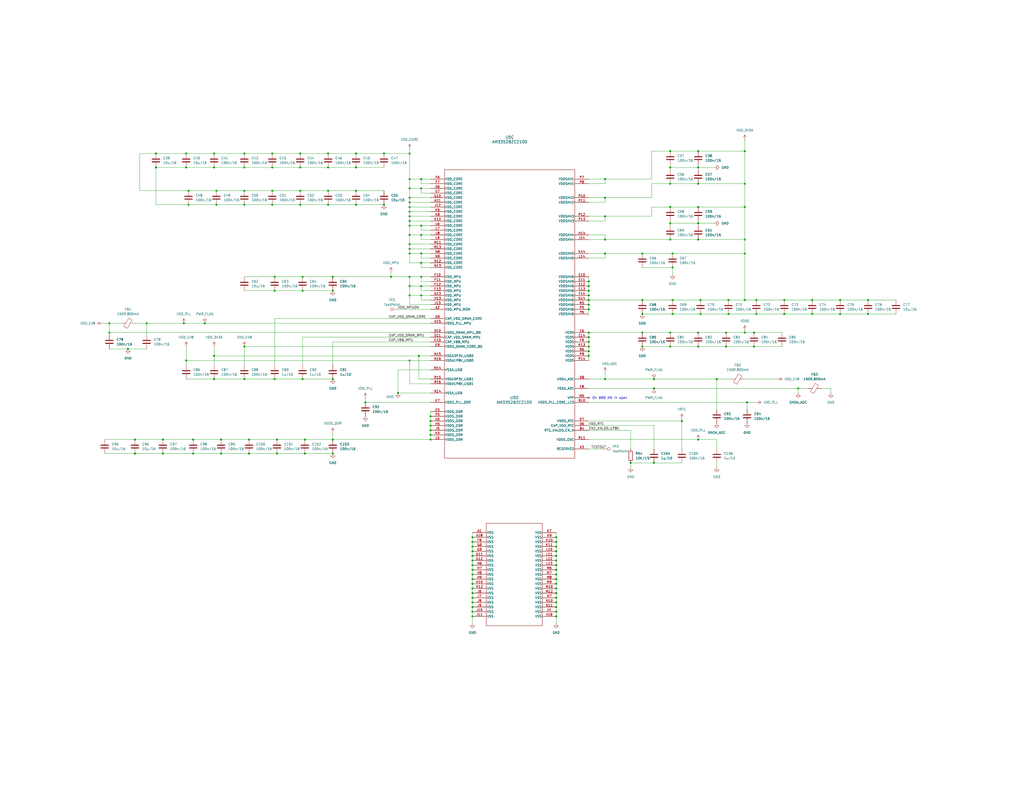
<source format=kicad_sch>
(kicad_sch (version 20231120) (generator "eeschema") (generator_version "8.0")
  (paper "C")
  (title_block (title "PROCESSOR 3 OF 3"))
  (junction (at 101.6 83.82))
  (junction (at 148.59 91.44))
  (junction (at 473.71 163.83))
  (junction (at 367.03 146.05))
  (junction (at 406.4 163.83))
  (junction (at 303.53 316.23))
  (junction (at 179.07 91.44))
  (junction (at 303.53 295.91))
  (junction (at 148.59 83.82))
  (junction (at 303.53 298.45))
  (junction (at 165.1 151.13))
  (junction (at 234.95 234.95))
  (junction (at 234.95 237.49))
  (junction (at 223.52 128.27))
  (junction (at 257.81 303.53))
  (junction (at 149.86 158.75))
  (junction (at 102.87 104.14))
  (junction (at 427.99 171.45))
  (junction (at 257.81 293.37))
  (junction (at 223.52 151.13))
  (junction (at 179.07 104.14))
  (junction (at 406.4 138.43))
  (junction (at 229.87 97.79))
  (junction (at 407.67 219.71))
  (junction (at 303.53 308.61))
  (junction (at 181.61 207.01))
  (junction (at 427.99 163.83))
  (junction (at 321.31 156.21))
  (junction (at 257.81 336.55))
  (junction (at 321.31 184.15))
  (junction (at 88.9 247.65))
  (junction (at 223.52 107.95))
  (junction (at 101.6 91.44))
  (junction (at 223.52 83.82))
  (junction (at 303.53 331.47))
  (junction (at 257.81 311.15))
  (junction (at 163.83 111.76))
  (junction (at 229.87 156.21))
  (junction (at 257.81 334.01))
  (junction (at 257.81 321.31))
  (junction (at 257.81 295.91))
  (junction (at 381 189.23))
  (junction (at 149.86 207.01))
  (junction (at 303.53 326.39))
  (junction (at 133.35 91.44))
  (junction (at 381 240.03))
  (junction (at 257.81 326.39))
  (junction (at 406.4 100.33))
  (junction (at 356.87 252.73))
  (junction (at 59.69 181.61))
  (junction (at 381 121.92))
  (junction (at 321.31 168.91))
  (junction (at 458.47 171.45))
  (junction (at 381 100.33))
  (junction (at 257.81 308.61))
  (junction (at 382.27 163.83))
  (junction (at 234.95 229.87))
  (junction (at 59.69 176.53))
  (junction (at 223.52 156.21))
  (junction (at 321.31 158.75))
  (junction (at 257.81 316.23))
  (junction (at 69.85 190.5))
  (junction (at 118.11 111.76))
  (junction (at 229.87 128.27))
  (junction (at 133.35 83.82))
  (junction (at 223.52 115.57))
  (junction (at 303.53 293.37))
  (junction (at 166.37 240.03))
  (junction (at 330.2 130.81))
  (junction (at 257.81 306.07))
  (junction (at 356.87 212.09))
  (junction (at 330.2 207.01))
  (junction (at 199.39 219.71))
  (junction (at 303.53 311.15))
  (junction (at 257.81 313.69))
  (junction (at 321.31 161.29))
  (junction (at 330.2 107.95))
  (junction (at 234.95 240.03))
  (junction (at 330.2 118.11))
  (junction (at 194.31 111.76))
  (junction (at 321.31 186.69))
  (junction (at 321.31 189.23))
  (junction (at 194.31 91.44))
  (junction (at 406.4 113.03))
  (junction (at 223.52 120.65))
  (junction (at 435.61 212.09))
  (junction (at 181.61 247.65))
  (junction (at 148.59 111.76))
  (junction (at 330.2 97.79))
  (junction (at 365.76 130.81))
  (junction (at 321.31 166.37))
  (junction (at 223.52 110.49))
  (junction (at 148.59 104.14))
  (junction (at 367.03 138.43))
  (junction (at 321.31 181.61))
  (junction (at 111.76 176.53))
  (junction (at 223.52 123.19))
  (junction (at 381 113.03))
  (junction (at 367.03 171.45))
  (junction (at 473.71 171.45))
  (junction (at 120.65 247.65))
  (junction (at 217.17 214.63))
  (junction (at 229.87 151.13))
  (junction (at 396.24 189.23))
  (junction (at 365.76 121.92))
  (junction (at 105.41 240.03))
  (junction (at 101.6 196.85))
  (junction (at 406.4 130.81))
  (junction (at 120.65 240.03))
  (junction (at 133.35 207.01))
  (junction (at 234.95 227.33))
  (junction (at 406.4 181.61))
  (junction (at 229.87 123.19))
  (junction (at 303.53 300.99))
  (junction (at 85.09 91.44))
  (junction (at 381 181.61))
  (junction (at 257.81 298.45))
  (junction (at 350.52 189.23))
  (junction (at 365.76 82.55))
  (junction (at 116.84 83.82))
  (junction (at 105.41 247.65))
  (junction (at 223.52 97.79))
  (junction (at 257.81 318.77))
  (junction (at 223.52 118.11))
  (junction (at 396.24 181.61))
  (junction (at 303.53 334.01))
  (junction (at 303.53 306.07))
  (junction (at 365.76 91.44))
  (junction (at 411.48 189.23))
  (junction (at 365.76 181.61))
  (junction (at 223.52 135.89))
  (junction (at 229.87 102.87))
  (junction (at 223.52 138.43))
  (junction (at 166.37 247.65))
  (junction (at 365.76 100.33))
  (junction (at 350.52 181.61))
  (junction (at 223.52 102.87))
  (junction (at 303.53 323.85))
  (junction (at 406.4 82.55))
  (junction (at 223.52 133.35))
  (junction (at 209.55 111.76))
  (junction (at 257.81 331.47))
  (junction (at 350.52 171.45))
  (junction (at 133.35 189.23))
  (junction (at 116.84 91.44))
  (junction (at 303.53 313.69))
  (junction (at 165.1 158.75))
  (junction (at 100.33 176.53))
  (junction (at 303.53 321.31))
  (junction (at 228.6 194.31))
  (junction (at 372.11 229.87))
  (junction (at 118.11 104.14))
  (junction (at 116.84 194.31))
  (junction (at 229.87 143.51))
  (junction (at 163.83 91.44))
  (junction (at 458.47 163.83))
  (junction (at 365.76 189.23))
  (junction (at 303.53 303.53))
  (junction (at 133.35 104.14))
  (junction (at 303.53 336.55))
  (junction (at 165.1 207.01))
  (junction (at 73.66 240.03))
  (junction (at 223.52 113.03))
  (junction (at 397.51 171.45))
  (junction (at 102.87 111.76))
  (junction (at 163.83 104.14))
  (junction (at 194.31 104.14))
  (junction (at 397.51 163.83))
  (junction (at 223.52 161.29))
  (junction (at 194.31 83.82))
  (junction (at 381 82.55))
  (junction (at 133.35 111.76))
  (junction (at 229.87 161.29))
  (junction (at 412.75 171.45))
  (junction (at 209.55 83.82))
  (junction (at 350.52 138.43))
  (junction (at 163.83 83.82))
  (junction (at 321.31 191.77))
  (junction (at 321.31 153.67))
  (junction (at 257.81 300.99))
  (junction (at 367.03 163.83))
  (junction (at 88.9 240.03))
  (junction (at 381 91.44))
  (junction (at 257.81 328.93))
  (junction (at 149.86 151.13))
  (junction (at 412.75 163.83))
  (junction (at 381 130.81))
  (junction (at 321.31 194.31))
  (junction (at 181.61 151.13))
  (junction (at 344.17 252.73))
  (junction (at 234.95 232.41))
  (junction (at 80.01 176.53))
  (junction (at 73.66 247.65))
  (junction (at 181.61 158.75))
  (junction (at 350.52 163.83))
  (junction (at 411.48 181.61))
  (junction (at 365.76 113.03))
  (junction (at 303.53 318.77))
  (junction (at 443.23 171.45))
  (junction (at 330.2 138.43))
  (junction (at 356.87 207.01))
  (junction (at 135.89 247.65))
  (junction (at 179.07 83.82))
  (junction (at 151.13 247.65))
  (junction (at 223.52 196.85))
  (junction (at 321.31 163.83))
  (junction (at 213.36 151.13))
  (junction (at 116.84 207.01))
  (junction (at 179.07 111.76))
  (junction (at 303.53 328.93))
  (junction (at 391.16 207.01))
  (junction (at 151.13 240.03))
  (junction (at 382.27 171.45))
  (junction (at 85.09 83.82))
  (junction (at 443.23 163.83))
  (junction (at 135.89 240.03))
  (junction (at 229.87 138.43))
  (junction (at 257.81 323.85))
  (junction (at 181.61 240.03))
  (no_connect (at 321.31 217.17))
  (wire (pts (xy 355.6 118.11) (xy 355.6 113.03)))
  (wire (pts (xy 234.95 153.67) (xy 229.87 153.67)))
  (wire (pts (xy 73.66 247.65) (xy 88.9 247.65)))
  (wire (pts (xy 234.95 209.55) (xy 223.52 209.55)))
  (wire (pts (xy 303.53 306.07) (xy 303.53 308.61)))
  (wire (pts (xy 330.2 118.11) (xy 330.2 120.65)))
  (wire (pts (xy 407.67 219.71) (xy 407.67 223.52)))
  (wire (pts (xy 229.87 128.27) (xy 229.87 130.81)))
  (wire (pts (xy 213.36 148.59) (xy 213.36 151.13)))
  (wire (pts (xy 85.09 91.44) (xy 85.09 111.76)))
  (wire (pts (xy 101.6 91.44) (xy 116.84 91.44)))
  (wire (pts (xy 76.2 104.14) (xy 102.87 104.14)))
  (wire (pts (xy 59.69 181.61) (xy 59.69 182.88)))
  (wire (pts (xy 321.31 232.41) (xy 356.87 232.41)))
  (wire (pts (xy 223.52 110.49) (xy 234.95 110.49)))
  (wire (pts (xy 330.2 107.95) (xy 355.6 107.95)))
  (wire (pts (xy 223.52 128.27) (xy 223.52 133.35)))
  (wire (pts (xy 102.87 104.14) (xy 118.11 104.14)))
  (wire (pts (xy 181.61 186.69) (xy 181.61 199.39)))
  (wire (pts (xy 473.71 163.83) (xy 488.95 163.83)))
  (wire (pts (xy 381 82.55) (xy 406.4 82.55)))
  (wire (pts (xy 85.09 91.44) (xy 101.6 91.44)))
  (wire (pts (xy 367.03 146.05) (xy 367.03 149.86)))
  (wire (pts (xy 149.86 158.75) (xy 165.1 158.75)))
  (wire (pts (xy 321.31 189.23) (xy 321.31 191.77)))
  (wire (pts (xy 406.4 180.34) (xy 406.4 181.61)))
  (wire (pts (xy 100.33 176.53) (xy 111.76 176.53)))
  (wire (pts (xy 229.87 125.73) (xy 234.95 125.73)))
  (wire (pts (xy 321.31 181.61) (xy 350.52 181.61)))
  (wire (pts (xy 355.6 100.33) (xy 365.76 100.33)))
  (wire (pts (xy 229.87 146.05) (xy 229.87 143.51)))
  (wire (pts (xy 365.76 121.92) (xy 365.76 123.19)))
  (wire (pts (xy 321.31 181.61) (xy 321.31 184.15)))
  (wire (pts (xy 223.52 156.21) (xy 223.52 161.29)))
  (wire (pts (xy 344.17 234.95) (xy 321.31 234.95)))
  (wire (pts (xy 397.51 163.83) (xy 406.4 163.83)))
  (wire (pts (xy 223.52 151.13) (xy 223.52 156.21)))
  (wire (pts (xy 223.52 143.51) (xy 229.87 143.51)))
  (wire (pts (xy 163.83 104.14) (xy 179.07 104.14)))
  (wire (pts (xy 381 121.92) (xy 381 123.19)))
  (wire (pts (xy 234.95 232.41) (xy 234.95 234.95)))
  (wire (pts (xy 69.85 190.5) (xy 80.01 190.5)))
  (wire (pts (xy 406.4 163.83) (xy 412.75 163.83)))
  (wire (pts (xy 223.52 110.49) (xy 223.52 113.03)))
  (wire (pts (xy 303.53 331.47) (xy 303.53 334.01)))
  (wire (pts (xy 303.53 293.37) (xy 303.53 295.91)))
  (wire (pts (xy 356.87 212.09) (xy 435.61 212.09)))
  (wire (pts (xy 406.4 138.43) (xy 406.4 130.81)))
  (wire (pts (xy 166.37 240.03) (xy 181.61 240.03)))
  (wire (pts (xy 229.87 100.33) (xy 229.87 97.79)))
  (wire (pts (xy 234.95 100.33) (xy 229.87 100.33)))
  (wire (pts (xy 165.1 184.15) (xy 165.1 199.39)))
  (wire (pts (xy 234.95 196.85) (xy 223.52 196.85)))
  (wire (pts (xy 133.35 83.82) (xy 148.59 83.82)))
  (wire (pts (xy 303.53 336.55) (xy 303.53 340.36)))
  (wire (pts (xy 435.61 214.63) (xy 435.61 212.09)))
  (wire (pts (xy 411.48 189.23) (xy 426.72 189.23)))
  (wire (pts (xy 135.89 240.03) (xy 151.13 240.03)))
  (wire (pts (xy 223.52 161.29) (xy 229.87 161.29)))
  (wire (pts (xy 133.35 151.13) (xy 149.86 151.13)))
  (wire (pts (xy 234.95 146.05) (xy 229.87 146.05)))
  (wire (pts (xy 234.95 234.95) (xy 234.95 237.49)))
  (wire (pts (xy 406.4 181.61) (xy 411.48 181.61)))
  (wire (pts (xy 321.31 166.37) (xy 321.31 168.91)))
  (wire (pts (xy 229.87 102.87) (xy 234.95 102.87)))
  (wire (pts (xy 194.31 83.82) (xy 209.55 83.82)))
  (wire (pts (xy 223.52 166.37) (xy 234.95 166.37)))
  (wire (pts (xy 330.2 130.81) (xy 365.76 130.81)))
  (wire (pts (xy 229.87 151.13) (xy 229.87 153.67)))
  (wire (pts (xy 234.95 201.93) (xy 217.17 201.93)))
  (wire (pts (xy 234.95 158.75) (xy 229.87 158.75)))
  (wire (pts (xy 257.81 293.37) (xy 257.81 295.91)))
  (wire (pts (xy 257.81 326.39) (xy 257.81 328.93)))
  (wire (pts (xy 381 130.81) (xy 406.4 130.81)))
  (wire (pts (xy 321.31 194.31) (xy 321.31 196.85)))
  (wire (pts (xy 321.31 163.83) (xy 321.31 166.37)))
  (wire (pts (xy 66.04 176.53) (xy 59.69 176.53)))
  (wire (pts (xy 321.31 163.83) (xy 350.52 163.83)))
  (wire (pts (xy 179.07 91.44) (xy 194.31 91.44)))
  (wire (pts (xy 181.61 240.03) (xy 234.95 240.03)))
  (wire (pts (xy 356.87 207.01) (xy 391.16 207.01)))
  (wire (pts (xy 133.35 111.76) (xy 148.59 111.76)))
  (wire (pts (xy 148.59 104.14) (xy 163.83 104.14)))
  (wire (pts (xy 148.59 91.44) (xy 163.83 91.44)))
  (wire (pts (xy 355.6 82.55) (xy 365.76 82.55)))
  (wire (pts (xy 321.31 130.81) (xy 330.2 130.81)))
  (wire (pts (xy 321.31 245.11) (xy 328.93 245.11)))
  (wire (pts (xy 303.53 295.91) (xy 303.53 298.45)))
  (wire (pts (xy 223.52 156.21) (xy 229.87 156.21)))
  (wire (pts (xy 435.61 212.09) (xy 440.69 212.09)))
  (wire (pts (xy 257.81 295.91) (xy 257.81 298.45)))
  (wire (pts (xy 223.52 102.87) (xy 229.87 102.87)))
  (wire (pts (xy 355.6 113.03) (xy 365.76 113.03)))
  (wire (pts (xy 443.23 171.45) (xy 458.47 171.45)))
  (wire (pts (xy 223.52 133.35) (xy 234.95 133.35)))
  (wire (pts (xy 228.6 207.01) (xy 228.6 194.31)))
  (wire (pts (xy 118.11 104.14) (xy 133.35 104.14)))
  (wire (pts (xy 223.52 135.89) (xy 234.95 135.89)))
  (wire (pts (xy 223.52 81.28) (xy 223.52 83.82)))
  (wire (pts (xy 367.03 138.43) (xy 406.4 138.43)))
  (wire (pts (xy 321.31 161.29) (xy 321.31 163.83)))
  (wire (pts (xy 234.95 186.69) (xy 181.61 186.69)))
  (wire (pts (xy 199.39 217.17) (xy 199.39 219.71)))
  (wire (pts (xy 179.07 83.82) (xy 194.31 83.82)))
  (wire (pts (xy 330.2 203.2) (xy 330.2 207.01)))
  (wire (pts (xy 365.76 181.61) (xy 381 181.61)))
  (wire (pts (xy 85.09 83.82) (xy 101.6 83.82)))
  (wire (pts (xy 321.31 138.43) (xy 330.2 138.43)))
  (wire (pts (xy 365.76 113.03) (xy 381 113.03)))
  (wire (pts (xy 257.81 313.69) (xy 257.81 316.23)))
  (wire (pts (xy 234.95 140.97) (xy 229.87 140.97)))
  (wire (pts (xy 257.81 328.93) (xy 257.81 331.47)))
  (wire (pts (xy 365.76 121.92) (xy 381 121.92)))
  (wire (pts (xy 391.16 207.01) (xy 398.78 207.01)))
  (wire (pts (xy 257.81 316.23) (xy 257.81 318.77)))
  (wire (pts (xy 365.76 91.44) (xy 381 91.44)))
  (wire (pts (xy 321.31 156.21) (xy 321.31 158.75)))
  (wire (pts (xy 229.87 158.75) (xy 229.87 156.21)))
  (wire (pts (xy 234.95 229.87) (xy 234.95 232.41)))
  (wire (pts (xy 396.24 189.23) (xy 411.48 189.23)))
  (wire (pts (xy 350.52 163.83) (xy 367.03 163.83)))
  (wire (pts (xy 257.81 334.01) (xy 257.81 336.55)))
  (wire (pts (xy 355.6 97.79) (xy 355.6 82.55)))
  (wire (pts (xy 344.17 245.11) (xy 344.17 234.95)))
  (wire (pts (xy 223.52 196.85) (xy 101.6 196.85)))
  (wire (pts (xy 76.2 83.82) (xy 76.2 104.14)))
  (wire (pts (xy 406.4 207.01) (xy 424.18 207.01)))
  (wire (pts (xy 223.52 115.57) (xy 223.52 118.11)))
  (wire (pts (xy 223.52 135.89) (xy 223.52 138.43)))
  (wire (pts (xy 381 90.17) (xy 381 91.44)))
  (wire (pts (xy 350.52 181.61) (xy 365.76 181.61)))
  (wire (pts (xy 367.03 171.45) (xy 382.27 171.45)))
  (wire (pts (xy 407.67 219.71) (xy 412.75 219.71)))
  (wire (pts (xy 85.09 111.76) (xy 102.87 111.76)))
  (wire (pts (xy 166.37 247.65) (xy 181.61 247.65)))
  (wire (pts (xy 149.86 207.01) (xy 165.1 207.01)))
  (wire (pts (xy 133.35 91.44) (xy 148.59 91.44)))
  (wire (pts (xy 303.53 308.61) (xy 303.53 311.15)))
  (wire (pts (xy 229.87 156.21) (xy 234.95 156.21)))
  (wire (pts (xy 217.17 214.63) (xy 234.95 214.63)))
  (wire (pts (xy 133.35 207.01) (xy 149.86 207.01)))
  (wire (pts (xy 101.6 196.85) (xy 101.6 199.39)))
  (wire (pts (xy 257.81 300.99) (xy 257.81 303.53)))
  (wire (pts (xy 365.76 91.44) (xy 365.76 92.71)))
  (wire (pts (xy 303.53 321.31) (xy 303.53 323.85)))
  (wire (pts (xy 381 113.03) (xy 406.4 113.03)))
  (wire (pts (xy 257.81 311.15) (xy 257.81 313.69)))
  (wire (pts (xy 223.52 128.27) (xy 229.87 128.27)))
  (wire (pts (xy 381 120.65) (xy 381 121.92)))
  (wire (pts (xy 223.52 115.57) (xy 234.95 115.57)))
  (wire (pts (xy 303.53 313.69) (xy 303.53 316.23)))
  (wire (pts (xy 356.87 252.73) (xy 372.11 252.73)))
  (wire (pts (xy 234.95 163.83) (xy 229.87 163.83)))
  (wire (pts (xy 321.31 219.71) (xy 407.67 219.71)))
  (wire (pts (xy 330.2 97.79) (xy 330.2 100.33)))
  (wire (pts (xy 116.84 83.82) (xy 133.35 83.82)))
  (wire (pts (xy 372.11 245.11) (xy 372.11 229.87)))
  (wire (pts (xy 118.11 111.76) (xy 133.35 111.76)))
  (wire (pts (xy 135.89 247.65) (xy 151.13 247.65)))
  (wire (pts (xy 321.31 118.11) (xy 330.2 118.11)))
  (wire (pts (xy 350.52 171.45) (xy 367.03 171.45)))
  (wire (pts (xy 194.31 104.14) (xy 209.55 104.14)))
  (wire (pts (xy 179.07 104.14) (xy 194.31 104.14)))
  (wire (pts (xy 397.51 171.45) (xy 412.75 171.45)))
  (wire (pts (xy 321.31 110.49) (xy 330.2 110.49)))
  (wire (pts (xy 458.47 171.45) (xy 473.71 171.45)))
  (wire (pts (xy 133.35 189.23) (xy 133.35 199.39)))
  (wire (pts (xy 181.61 151.13) (xy 213.36 151.13)))
  (wire (pts (xy 223.52 138.43) (xy 223.52 143.51)))
  (wire (pts (xy 330.2 207.01) (xy 356.87 207.01)))
  (wire (pts (xy 344.17 255.27) (xy 344.17 252.73)))
  (wire (pts (xy 234.95 194.31) (xy 228.6 194.31)))
  (wire (pts (xy 194.31 91.44) (xy 209.55 91.44)))
  (wire (pts (xy 391.16 207.01) (xy 391.16 223.52)))
  (wire (pts (xy 148.59 83.82) (xy 163.83 83.82)))
  (wire (pts (xy 303.53 326.39) (xy 303.53 328.93)))
  (wire (pts (xy 80.01 176.53) (xy 80.01 182.88)))
  (wire (pts (xy 382.27 163.83) (xy 397.51 163.83)))
  (wire (pts (xy 228.6 194.31) (xy 116.84 194.31)))
  (wire (pts (xy 381 91.44) (xy 389.89 91.44)))
  (wire (pts (xy 120.65 240.03) (xy 135.89 240.03)))
  (wire (pts (xy 321.31 184.15) (xy 321.31 186.69)))
  (wire (pts (xy 223.52 120.65) (xy 223.52 123.19)))
  (wire (pts (xy 88.9 240.03) (xy 105.41 240.03)))
  (wire (pts (xy 234.95 130.81) (xy 229.87 130.81)))
  (wire (pts (xy 303.53 328.93) (xy 303.53 331.47)))
  (wire (pts (xy 411.48 181.61) (xy 426.72 181.61)))
  (wire (pts (xy 330.2 97.79) (xy 355.6 97.79)))
  (wire (pts (xy 133.35 158.75) (xy 149.86 158.75)))
  (wire (pts (xy 149.86 173.99) (xy 149.86 199.39)))
  (wire (pts (xy 303.53 298.45) (xy 303.53 300.99)))
  (wire (pts (xy 223.52 107.95) (xy 234.95 107.95)))
  (wire (pts (xy 330.2 138.43) (xy 350.52 138.43)))
  (wire (pts (xy 229.87 163.83) (xy 229.87 161.29)))
  (wire (pts (xy 116.84 207.01) (xy 133.35 207.01)))
  (wire (pts (xy 381 181.61) (xy 396.24 181.61)))
  (wire (pts (xy 257.81 303.53) (xy 257.81 306.07)))
  (wire (pts (xy 234.95 207.01) (xy 228.6 207.01)))
  (wire (pts (xy 223.52 118.11) (xy 234.95 118.11)))
  (wire (pts (xy 330.2 140.97) (xy 330.2 138.43)))
  (wire (pts (xy 257.81 323.85) (xy 257.81 326.39)))
  (wire (pts (xy 365.76 82.55) (xy 381 82.55)))
  (wire (pts (xy 234.95 224.79) (xy 234.95 227.33)))
  (wire (pts (xy 229.87 123.19) (xy 234.95 123.19)))
  (wire (pts (xy 55.88 176.53) (xy 59.69 176.53)))
  (wire (pts (xy 181.61 236.22) (xy 181.61 240.03)))
  (wire (pts (xy 223.52 209.55) (xy 223.52 196.85)))
  (wire (pts (xy 223.52 113.03) (xy 234.95 113.03)))
  (wire (pts (xy 321.31 140.97) (xy 330.2 140.97)))
  (wire (pts (xy 209.55 83.82) (xy 223.52 83.82)))
  (wire (pts (xy 303.53 318.77) (xy 303.53 321.31)))
  (wire (pts (xy 105.41 247.65) (xy 120.65 247.65)))
  (wire (pts (xy 133.35 104.14) (xy 148.59 104.14)))
  (wire (pts (xy 102.87 111.76) (xy 118.11 111.76)))
  (wire (pts (xy 303.53 290.83) (xy 303.53 293.37)))
  (wire (pts (xy 391.16 252.73) (xy 391.16 255.27)))
  (wire (pts (xy 372.11 228.6) (xy 372.11 229.87)))
  (wire (pts (xy 427.99 163.83) (xy 443.23 163.83)))
  (wire (pts (xy 473.71 171.45) (xy 488.95 171.45)))
  (wire (pts (xy 321.31 153.67) (xy 321.31 156.21)))
  (wire (pts (xy 257.81 331.47) (xy 257.81 334.01)))
  (wire (pts (xy 85.09 83.82) (xy 76.2 83.82)))
  (wire (pts (xy 57.15 240.03) (xy 73.66 240.03)))
  (wire (pts (xy 303.53 334.01) (xy 303.53 336.55)))
  (wire (pts (xy 257.81 318.77) (xy 257.81 321.31)))
  (wire (pts (xy 321.31 120.65) (xy 330.2 120.65)))
  (wire (pts (xy 229.87 97.79) (xy 223.52 97.79)))
  (wire (pts (xy 321.31 128.27) (xy 330.2 128.27)))
  (wire (pts (xy 321.31 212.09) (xy 356.87 212.09)))
  (wire (pts (xy 257.81 298.45) (xy 257.81 300.99)))
  (wire (pts (xy 321.31 240.03) (xy 381 240.03)))
  (wire (pts (xy 223.52 107.95) (xy 223.52 110.49)))
  (wire (pts (xy 458.47 163.83) (xy 473.71 163.83)))
  (wire (pts (xy 111.76 176.53) (xy 234.95 176.53)))
  (wire (pts (xy 234.95 237.49) (xy 234.95 240.03)))
  (wire (pts (xy 382.27 171.45) (xy 397.51 171.45)))
  (wire (pts (xy 350.52 146.05) (xy 367.03 146.05)))
  (wire (pts (xy 59.69 181.61) (xy 234.95 181.61)))
  (wire (pts (xy 163.83 91.44) (xy 179.07 91.44)))
  (wire (pts (xy 406.4 130.81) (xy 406.4 113.03)))
  (wire (pts (xy 148.59 111.76) (xy 163.83 111.76)))
  (wire (pts (xy 229.87 105.41) (xy 229.87 102.87)))
  (wire (pts (xy 406.4 76.2) (xy 406.4 82.55)))
  (wire (pts (xy 448.31 212.09) (xy 453.39 212.09)))
  (wire (pts (xy 396.24 181.61) (xy 406.4 181.61)))
  (wire (pts (xy 101.6 83.82) (xy 116.84 83.82)))
  (wire (pts (xy 321.31 97.79) (xy 330.2 97.79)))
  (wire (pts (xy 321.31 168.91) (xy 321.31 171.45)))
  (wire (pts (xy 151.13 247.65) (xy 166.37 247.65)))
  (wire (pts (xy 229.87 123.19) (xy 229.87 125.73)))
  (wire (pts (xy 365.76 189.23) (xy 381 189.23)))
  (wire (pts (xy 234.95 184.15) (xy 165.1 184.15)))
  (wire (pts (xy 365.76 100.33) (xy 381 100.33)))
  (wire (pts (xy 453.39 212.09) (xy 453.39 214.63)))
  (wire (pts (xy 116.84 194.31) (xy 116.84 199.39)))
  (wire (pts (xy 257.81 308.61) (xy 257.81 311.15)))
  (wire (pts (xy 229.87 138.43) (xy 234.95 138.43)))
  (wire (pts (xy 223.52 123.19) (xy 223.52 128.27)))
  (wire (pts (xy 303.53 300.99) (xy 303.53 303.53)))
  (wire (pts (xy 165.1 151.13) (xy 181.61 151.13)))
  (wire (pts (xy 165.1 207.01) (xy 181.61 207.01)))
  (wire (pts (xy 163.83 83.82) (xy 179.07 83.82)))
  (wire (pts (xy 120.65 247.65) (xy 135.89 247.65)))
  (wire (pts (xy 165.1 158.75) (xy 181.61 158.75)))
  (wire (pts (xy 59.69 190.5) (xy 69.85 190.5)))
  (wire (pts (xy 229.87 151.13) (xy 223.52 151.13)))
  (wire (pts (xy 217.17 168.91) (xy 234.95 168.91)))
  (wire (pts (xy 321.31 191.77) (xy 321.31 194.31)))
  (wire (pts (xy 356.87 232.41) (xy 356.87 245.11)))
  (wire (pts (xy 229.87 128.27) (xy 234.95 128.27)))
  (wire (pts (xy 223.52 123.19) (xy 229.87 123.19)))
  (wire (pts (xy 443.23 163.83) (xy 458.47 163.83)))
  (wire (pts (xy 234.95 105.41) (xy 229.87 105.41)))
  (wire (pts (xy 321.31 151.13) (xy 321.31 153.67)))
  (wire (pts (xy 321.31 100.33) (xy 330.2 100.33)))
  (wire (pts (xy 234.95 151.13) (xy 229.87 151.13)))
  (wire (pts (xy 105.41 240.03) (xy 120.65 240.03)))
  (wire (pts (xy 57.15 247.65) (xy 73.66 247.65)))
  (wire (pts (xy 223.52 133.35) (xy 223.52 135.89)))
  (wire (pts (xy 116.84 91.44) (xy 133.35 91.44)))
  (wire (pts (xy 330.2 118.11) (xy 355.6 118.11)))
  (wire (pts (xy 321.31 186.69) (xy 321.31 189.23)))
  (wire (pts (xy 381 240.03) (xy 391.16 240.03)))
  (wire (pts (xy 321.31 107.95) (xy 330.2 107.95)))
  (wire (pts (xy 381 100.33) (xy 406.4 100.33)))
  (wire (pts (xy 223.52 118.11) (xy 223.52 120.65)))
  (wire (pts (xy 149.86 151.13) (xy 165.1 151.13)))
  (wire (pts (xy 179.07 111.76) (xy 194.31 111.76)))
  (wire (pts (xy 223.52 83.82) (xy 223.52 97.79)))
  (wire (pts (xy 427.99 171.45) (xy 443.23 171.45)))
  (wire (pts (xy 412.75 171.45) (xy 427.99 171.45)))
  (wire (pts (xy 303.53 311.15) (xy 303.53 313.69)))
  (wire (pts (xy 234.95 189.23) (xy 133.35 189.23)))
  (wire (pts (xy 330.2 128.27) (xy 330.2 130.81)))
  (wire (pts (xy 229.87 138.43) (xy 229.87 140.97)))
  (wire (pts (xy 406.4 138.43) (xy 406.4 163.83)))
  (wire (pts (xy 229.87 161.29) (xy 234.95 161.29)))
  (wire (pts (xy 223.52 97.79) (xy 223.52 102.87)))
  (wire (pts (xy 355.6 107.95) (xy 355.6 100.33)))
  (wire (pts (xy 365.76 120.65) (xy 365.76 121.92)))
  (wire (pts (xy 116.84 189.23) (xy 116.84 194.31)))
  (wire (pts (xy 213.36 151.13) (xy 223.52 151.13)))
  (wire (pts (xy 101.6 189.23) (xy 101.6 196.85)))
  (wire (pts (xy 257.81 321.31) (xy 257.81 323.85)))
  (wire (pts (xy 365.76 90.17) (xy 365.76 91.44)))
  (wire (pts (xy 234.95 173.99) (xy 149.86 173.99)))
  (wire (pts (xy 406.4 82.55) (xy 406.4 100.33)))
  (wire (pts (xy 223.52 113.03) (xy 223.52 115.57)))
  (wire (pts (xy 257.81 336.55) (xy 257.81 340.36)))
  (wire (pts (xy 151.13 240.03) (xy 166.37 240.03)))
  (wire (pts (xy 321.31 207.01) (xy 330.2 207.01)))
  (wire (pts (xy 412.75 163.83) (xy 427.99 163.83)))
  (wire (pts (xy 88.9 247.65) (xy 105.41 247.65)))
  (wire (pts (xy 303.53 316.23) (xy 303.53 318.77)))
  (wire (pts (xy 303.53 323.85) (xy 303.53 326.39)))
  (wire (pts (xy 223.52 161.29) (xy 223.52 166.37)))
  (wire (pts (xy 391.16 240.03) (xy 391.16 245.11)))
  (wire (pts (xy 73.66 176.53) (xy 80.01 176.53)))
  (wire (pts (xy 330.2 110.49) (xy 330.2 107.95)))
  (wire (pts (xy 163.83 111.76) (xy 179.07 111.76)))
  (wire (pts (xy 303.53 303.53) (xy 303.53 306.07)))
  (wire (pts (xy 372.11 229.87) (xy 321.31 229.87)))
  (wire (pts (xy 223.52 138.43) (xy 229.87 138.43)))
  (wire (pts (xy 344.17 252.73) (xy 356.87 252.73)))
  (wire (pts (xy 199.39 219.71) (xy 234.95 219.71)))
  (wire (pts (xy 406.4 100.33) (xy 406.4 113.03)))
  (wire (pts (xy 321.31 158.75) (xy 321.31 161.29)))
  (wire (pts (xy 194.31 111.76) (xy 209.55 111.76)))
  (wire (pts (xy 381 91.44) (xy 381 92.71)))
  (wire (pts (xy 223.52 120.65) (xy 234.95 120.65)))
  (wire (pts (xy 381 189.23) (xy 396.24 189.23)))
  (wire (pts (xy 80.01 176.53) (xy 100.33 176.53)))
  (wire (pts (xy 217.17 201.93) (xy 217.17 214.63)))
  (wire (pts (xy 365.76 130.81) (xy 381 130.81)))
  (wire (pts (xy 234.95 227.33) (xy 234.95 229.87)))
  (wire (pts (xy 350.52 138.43) (xy 367.03 138.43)))
  (wire (pts (xy 101.6 207.01) (xy 116.84 207.01)))
  (wire (pts (xy 350.52 189.23) (xy 365.76 189.23)))
  (wire (pts (xy 234.95 97.79) (xy 229.87 97.79)))
  (wire (pts (xy 257.81 306.07) (xy 257.81 308.61)))
  (wire (pts (xy 257.81 290.83) (xy 257.81 293.37)))
  (wire (pts (xy 381 121.92) (xy 389.89 121.92)))
  (wire (pts (xy 59.69 176.53) (xy 59.69 181.61)))
  (wire (pts (xy 367.03 163.83) (xy 382.27 163.83)))
  (wire (pts (xy 73.66 240.03) (xy 88.9 240.03)))
  (wire (pts (xy 229.87 143.51) (xy 234.95 143.51)))
  (wire (pts (xy 223.52 102.87) (xy 223.52 107.95)))
  (text "On BBB M5 in open" (at 332.74 217.424 0) (effects (font (size 1.27 1.27) (italic yes))))
  (label "CAP_VBB_MPU" (at 212.09 186.69 0))
  (label "VDD_MPUON" (at 217.17 168.91 0))
  (label "CAP_VDD_SRAM_MPU" (at 212.09 184.15 0))
  (label "TESTOUT" (at 322.58 245.11 0))
  (label "CAP_VDD_SRAM_CORE" (at 212.09 173.99 0))
  (label "VDD_RTC" (at 321.31 232.41 0))
  (label "ENZ_KALDO_1P8V" (at 321.31 234.95 0))
  (symbol (lib_id "power:VD") (at 133.35 189.23 0) (unit 1)
    (property "Reference" "#PWR090" (effects (hide yes)))
    (property "Value" "VDD_1V8" (at 133.35 184.15 0))
    (property "Description" "Power symbol creates a global label with name \"VD\"" (effects (hide yes)))
  )
  (symbol (lib_id "MT41K256M16TW-107_P:C") (at 411.48 185.42 0) (unit 1)
    (property "Reference" "C84" (at 415.29 184.1499 0) (effects (justify left)))
    (property "Value" "100n/16" (at 415.29 186.6899 0) (effects (justify left)))
    (property "Footprint" "footprints:C_0402_1005Metric" (effects (hide yes)))
    (property "Description" "Unpolarized capacitor" (effects (hide yes)))
  )
  (symbol (lib_id "MT41K256M16TW-107_P:C") (at 367.03 167.64 0) (unit 1)
    (property "Reference" "C69" (at 370.84 166.3699 0) (effects (justify left)))
    (property "Value" "100n/16" (at 370.84 168.9099 0) (effects (justify left)))
    (property "Footprint" "footprints:C_0402_1005Metric" (effects (hide yes)))
    (property "Description" "Unpolarized capacitor" (effects (hide yes)))
  )
  (symbol (lib_id "power:GND") (at 69.85 190.5 0) (unit 1)
    (property "Reference" "#PWR087" (effects (hide yes)))
    (property "Value" "GND" (at 69.85 195.58 0))
    (property "Description" "Power symbol creates a global label with name \"GND\" , ground" (effects (hide yes)))
  )
  (symbol (lib_id "power:VD") (at 372.11 228.6 0) (unit 1)
    (property "Reference" "#PWR0113" (effects (hide yes)))
    (property "Value" "VRTC" (at 372.11 223.52 0))
    (property "Description" "Power symbol creates a global label with name \"VD\"" (effects (hide yes)))
  )
  (symbol (lib_id "MT41K256M16TW-107_P:C") (at 488.95 167.64 0) (unit 1)
    (property "Reference" "C77" (at 492.76 166.3699 0) (effects (justify left)))
    (property "Value" "10u/16" (at 492.76 168.9099 0) (effects (justify left)))
    (property "Footprint" "footprints:C_0805_2012Metric" (effects (hide yes)))
    (property "Description" "Unpolarized capacitor" (effects (hide yes)))
  )
  (symbol (lib_id "MT41K256M16TW-107_P:C") (at 118.11 107.95 0) (unit 1)
    (property "Reference" "C49" (at 121.92 106.6799 0) (effects (justify left)))
    (property "Value" "100n/16" (at 121.92 109.2199 0) (effects (justify left)))
    (property "Footprint" "footprints:C_0402_1005Metric" (effects (hide yes)))
    (property "Description" "Unpolarized capacitor" (effects (hide yes)))
  )
  (symbol (lib_id "power:GND") (at 209.55 111.76 0) (unit 1)
    (property "Reference" "#PWR082" (effects (hide yes)))
    (property "Value" "GND" (at 209.55 116.84 0))
    (property "Description" "Power symbol creates a global label with name \"GND\" , ground" (effects (hide yes)))
  )
  (symbol (lib_id "MT41K256M16TW-107_P:C") (at 105.41 243.84 0) (unit 1)
    (property "Reference" "C98" (at 109.22 242.5699 0) (effects (justify left)))
    (property "Value" "100n/16" (at 109.22 245.1099 0) (effects (justify left)))
    (property "Footprint" "footprints:C_0402_1005Metric" (effects (hide yes)))
    (property "Description" "Unpolarized capacitor" (effects (hide yes)))
  )
  (symbol (lib_id "MT41K256M16TW-107_P:C") (at 179.07 87.63 0) (unit 1)
    (property "Reference" "C46" (at 182.88 86.3599 0) (effects (justify left)))
    (property "Value" "100n/16" (at 182.88 88.8999 0) (effects (justify left)))
    (property "Footprint" "footprints:C_0402_1005Metric" (effects (hide yes)))
    (property "Description" "Unpolarized capacitor" (effects (hide yes)))
  )
  (symbol (lib_id "power:GND") (at 181.61 158.75 0) (unit 1)
    (property "Reference" "#PWR084" (effects (hide yes)))
    (property "Value" "GND" (at 181.61 163.83 0))
    (property "Description" "Power symbol creates a global label with name \"GND\" , ground" (effects (hide yes)))
  )
  (symbol (lib_id "MT41K256M16TW-107_P:C") (at 412.75 167.64 0) (unit 1)
    (property "Reference" "C72" (at 416.56 166.3699 0) (effects (justify left)))
    (property "Value" "100n/16" (at 416.56 168.9099 0) (effects (justify left)))
    (property "Footprint" "footprints:C_0402_1005Metric" (effects (hide yes)))
    (property "Description" "Unpolarized capacitor" (effects (hide yes)))
  )
  (symbol (lib_id "power:GND") (at 367.03 149.86 0) (unit 1)
    (property "Reference" "#PWR0101" (effects (hide yes)))
    (property "Value" "GND" (at 367.03 154.94 0))
    (property "Description" "Power symbol creates a global label with name \"GND\" , ground" (effects (hide yes)))
  )
  (symbol (lib_id "power:GND") (at 181.61 247.65 0) (unit 1)
    (property "Reference" "#PWR095" (effects (hide yes)))
    (property "Value" "GND" (at 181.61 252.73 0))
    (property "Description" "Power symbol creates a global label with name \"GND\" , ground" (effects (hide yes)))
  )
  (symbol (lib_id "MT41K256M16TW-107_P:C") (at 101.6 203.2 0) (unit 1)
    (property "Reference" "C86" (at 105.41 201.9299 0) (effects (justify left)))
    (property "Value" "100n/16" (at 105.41 204.4699 0) (effects (justify left)))
    (property "Footprint" "footprints:C_0402_1005Metric" (effects (hide yes)))
    (property "Description" "Unpolarized capacitor" (effects (hide yes)))
  )
  (symbol (lib_id "MT41K256M16TW-107_P:C") (at 397.51 167.64 0) (unit 1)
    (property "Reference" "C71" (at 401.32 166.3699 0) (effects (justify left)))
    (property "Value" "100n/16" (at 401.32 168.9099 0) (effects (justify left)))
    (property "Footprint" "footprints:C_0402_1005Metric" (effects (hide yes)))
    (property "Description" "Unpolarized capacitor" (effects (hide yes)))
  )
  (symbol (lib_id "MT41K256M16TW-107_P:C") (at 381 86.36 0) (unit 1)
    (property "Reference" "C38" (at 384.81 85.0899 0) (effects (justify left)))
    (property "Value" "100n/16" (at 384.81 87.6299 0) (effects (justify left)))
    (property "Footprint" "footprints:C_0402_1005Metric" (effects (hide yes)))
    (property "Description" "Unpolarized capacitor" (effects (hide yes)))
  )
  (symbol (lib_id "MT41K256M16TW-107_P:C") (at 365.76 185.42 0) (unit 1)
    (property "Reference" "C81" (at 369.57 184.1499 0) (effects (justify left)))
    (property "Value" "100n/16" (at 369.57 186.6899 0) (effects (justify left)))
    (property "Footprint" "footprints:C_0402_1005Metric" (effects (hide yes)))
    (property "Description" "Unpolarized capacitor" (effects (hide yes)))
  )
  (symbol (lib_id "power:GND") (at 453.39 214.63 0) (unit 1)
    (property "Reference" "#PWR0109" (effects (hide yes)))
    (property "Value" "GND" (at 453.39 219.71 0))
    (property "Description" "Power symbol creates a global label with name \"GND\" , ground" (effects (hide yes)))
  )
  (symbol (lib_id "MT41K256M16TW-107_P:C") (at 179.07 107.95 0) (unit 1)
    (property "Reference" "C53" (at 182.88 106.6799 0) (effects (justify left)))
    (property "Value" "100n/16" (at 182.88 109.2199 0) (effects (justify left)))
    (property "Footprint" "footprints:C_0402_1005Metric" (effects (hide yes)))
    (property "Description" "Unpolarized capacitor" (effects (hide yes)))
  )
  (symbol (lib_name "AM3352BZCZ100_1") (lib_id "MT41K256M16TW-107_P:AM3352BZCZ100_1") (at 278.13 171.45 0) (unit 3)
    (property "Reference" "U5" (at 278.13 74.93 0) (effects (font (size 1.524 1.524))))
    (property "Value" "AM3352BZCZ100" (at 278.13 77.47 0) (effects (font (size 1.524 1.524))))
    (property "Footprint" "footprints:ZCZ0324A" (effects (hide yes)))
    (property "Datasheet" "AM3352BZCZ100" (effects (hide yes)))
  )
  (symbol (lib_id "MT41K256M16TW-107_P:C") (at 163.83 87.63 0) (unit 1)
    (property "Reference" "C44" (at 167.64 86.3599 0) (effects (justify left)))
    (property "Value" "100n/16" (at 167.64 88.8999 0) (effects (justify left)))
    (property "Footprint" "footprints:C_0402_1005Metric" (effects (hide yes)))
    (property "Description" "Unpolarized capacitor" (effects (hide yes)))
  )
  (symbol (lib_id "MT41K256M16TW-107_P:C") (at 350.52 185.42 0) (unit 1)
    (property "Reference" "C80" (at 354.33 184.1499 0) (effects (justify left)))
    (property "Value" "100n/16" (at 354.33 186.6899 0) (effects (justify left)))
    (property "Footprint" "footprints:C_0402_1005Metric" (effects (hide yes)))
    (property "Description" "Unpolarized capacitor" (effects (hide yes)))
  )
  (symbol (lib_id "MT41K256M16TW-107_P:C") (at 116.84 203.2 0) (unit 1)
    (property "Reference" "C87" (at 120.65 201.9299 0) (effects (justify left)))
    (property "Value" "100n/16" (at 120.65 204.4699 0) (effects (justify left)))
    (property "Footprint" "footprints:C_0402_1005Metric" (effects (hide yes)))
    (property "Description" "Unpolarized capacitor" (effects (hide yes)))
  )
  (symbol (lib_id "MT41K256M16TW-107_P:C") (at 57.15 243.84 0) (unit 1)
    (property "Reference" "C95" (at 60.96 242.5699 0) (effects (justify left)))
    (property "Value" "10u/16" (at 60.96 245.1099 0) (effects (justify left)))
    (property "Footprint" "footprints:C_0805_2012Metric" (effects (hide yes)))
    (property "Description" "Unpolarized capacitor" (effects (hide yes)))
  )
  (symbol (lib_id "MT41K256M16TW-107_P:C") (at 473.71 167.64 0) (unit 1)
    (property "Reference" "C76" (at 477.52 166.3699 0) (effects (justify left)))
    (property "Value" "100n/16" (at 477.52 168.9099 0) (effects (justify left)))
    (property "Footprint" "footprints:C_0402_1005Metric" (effects (hide yes)))
    (property "Description" "Unpolarized capacitor" (effects (hide yes)))
  )
  (symbol (lib_id "MT41K256M16TW-107_P:TestPoint") (at 217.17 168.91 90) (unit 1)
    (property "Reference" "TP2" (at 213.868 163.83 90))
    (property "Value" "TestPoint" (at 213.868 166.37 90))
    (property "Footprint" "TestPoint:TestPoint_Pad_D1.0mm" (effects (hide yes)))
    (property "Description" "test point" (effects (hide yes)))
  )
  (symbol (lib_id "MT41K256M16TW-107_P:C") (at 209.55 87.63 0) (unit 1)
    (property "Reference" "C47" (at 213.36 86.3599 0) (effects (justify left)))
    (property "Value" "100n/16" (at 213.36 88.8999 0) (effects (justify left)))
    (property "Footprint" "footprints:C_0402_1005Metric" (effects (hide yes)))
    (property "Description" "Unpolarized capacitor" (effects (hide yes)))
  )
  (symbol (lib_id "MT41K256M16TW-107_P:C") (at 163.83 107.95 0) (unit 1)
    (property "Reference" "C52" (at 167.64 106.6799 0) (effects (justify left)))
    (property "Value" "100n/16" (at 167.64 109.2199 0) (effects (justify left)))
    (property "Footprint" "footprints:C_0402_1005Metric" (effects (hide yes)))
    (property "Description" "Unpolarized capacitor" (effects (hide yes)))
  )
  (symbol (lib_id "power:VD") (at 181.61 236.22 0) (unit 1)
    (property "Reference" "#PWR096" (effects (hide yes)))
    (property "Value" "VDDS_DDR" (at 181.61 231.14 0))
    (property "Description" "Power symbol creates a global label with name \"VD\"" (effects (hide yes)))
  )
  (symbol (lib_id "MT41K256M16TW-107_P:C") (at 365.76 116.84 0) (unit 1)
    (property "Reference" "C58" (at 369.57 115.5699 0) (effects (justify left)))
    (property "Value" "100n/16" (at 369.57 118.1099 0) (effects (justify left)))
    (property "Footprint" "footprints:C_0402_1005Metric" (effects (hide yes)))
    (property "Description" "Unpolarized capacitor" (effects (hide yes)))
  )
  (symbol (lib_id "power:GND") (at 217.17 214.63 0) (unit 1)
    (property "Reference" "#PWR086" (effects (hide yes)))
    (property "Value" "GND" (at 212.852 216.662 0))
    (property "Description" "Power symbol creates a global label with name \"GND\" , ground" (effects (hide yes)))
  )
  (symbol (lib_id "MT41K256M16TW-107_P:FerriteBead") (at 402.59 207.01 90) (unit 1)
    (property "Reference" "FB2" (at 402.5392 199.39 90))
    (property "Value" "150R,800mA" (at 402.5392 201.93 90))
    (property "Footprint" "Inductor_SMD:L_0805_2012Metric" (effects (hide yes)))
    (property "Description" "Ferrite bead" (effects (hide yes)))
  )
  (symbol (lib_id "MT41K256M16TW-107_P:C") (at 133.35 87.63 0) (unit 1)
    (property "Reference" "C42" (at 137.16 86.3599 0) (effects (justify left)))
    (property "Value" "100n/16" (at 137.16 88.8999 0) (effects (justify left)))
    (property "Footprint" "footprints:C_0402_1005Metric" (effects (hide yes)))
    (property "Description" "Unpolarized capacitor" (effects (hide yes)))
  )
  (symbol (lib_id "power:VD") (at 406.4 76.2 0) (unit 1)
    (property "Reference" "#PWR0103" (effects (hide yes)))
    (property "Value" "VDD_3V3A" (at 406.4 71.12 0))
    (property "Description" "Power symbol creates a global label with name \"VD\"" (effects (hide yes)))
  )
  (symbol (lib_id "power:VD") (at 116.84 189.23 0) (unit 1)
    (property "Reference" "#PWR091" (effects (hide yes)))
    (property "Value" "VDD_3V3A" (at 116.84 184.15 0))
    (property "Description" "Power symbol creates a global label with name \"VD\"" (effects (hide yes)))
  )
  (symbol (lib_id "power:PWR_FLAG") (at 111.76 176.53 0) (unit 1)
    (property "Reference" "#FLG018" (effects (hide yes)))
    (property "Value" "PWR_FLAG" (at 111.76 171.45 0))
    (property "Description" "Special symbol for telling ERC where power comes from" (effects (hide yes)))
  )
  (symbol (lib_id "power:GND") (at 181.61 207.01 0) (unit 1)
    (property "Reference" "#PWR085" (effects (hide yes)))
    (property "Value" "GND" (at 181.61 212.09 0))
    (property "Description" "Power symbol creates a global label with name \"GND\" , ground" (effects (hide yes)))
  )
  (symbol (lib_id "power:GND") (at 199.39 227.33 0) (unit 1)
    (property "Reference" "#PWR094" (effects (hide yes)))
    (property "Value" "GND" (at 199.39 232.41 0))
    (property "Description" "Power symbol creates a global label with name \"GND\" , ground" (effects (hide yes)))
  )
  (symbol (lib_id "MT41K256M16TW-107_P:C") (at 116.84 87.63 0) (unit 1)
    (property "Reference" "C41" (at 120.65 86.3599 0) (effects (justify left)))
    (property "Value" "100n/16" (at 120.65 88.8999 0) (effects (justify left)))
    (property "Footprint" "footprints:C_0402_1005Metric" (effects (hide yes)))
    (property "Description" "Unpolarized capacitor" (effects (hide yes)))
  )
  (symbol (lib_id "MT41K256M16TW-107_P:C") (at 372.11 248.92 0) (unit 1)
    (property "Reference" "C105" (at 375.92 247.6499 0) (effects (justify left)))
    (property "Value" "100n/16" (at 375.92 250.1899 0) (effects (justify left)))
    (property "Footprint" "footprints:C_0402_1005Metric" (effects (hide yes)))
    (property "Description" "Unpolarized capacitor" (effects (hide yes)))
  )
  (symbol (lib_id "power:GND") (at 350.52 171.45 0) (unit 1)
    (property "Reference" "#PWR0102" (effects (hide yes)))
    (property "Value" "GND" (at 350.52 176.53 0))
    (property "Description" "Power symbol creates a global label with name \"GND\" , ground" (effects (hide yes)))
  )
  (symbol (lib_id "power:GND") (at 350.52 189.23 0) (unit 1)
    (property "Reference" "#PWR0104" (effects (hide yes)))
    (property "Value" "GND" (at 350.52 194.31 0))
    (property "Description" "Power symbol creates a global label with name \"GND\" , ground" (effects (hide yes)))
  )
  (symbol (lib_id "MT41K256M16TW-107_P:C") (at 391.16 227.33 0) (unit 1)
    (property "Reference" "C93" (at 394.97 226.0599 0) (effects (justify left)))
    (property "Value" "100n/16" (at 394.97 228.5999 0) (effects (justify left)))
    (property "Footprint" "footprints:C_0402_1005Metric" (effects (hide yes)))
    (property "Description" "Unpolarized capacitor" (effects (hide yes)))
  )
  (symbol (lib_id "power:GND") (at 389.89 121.92 90) (unit 1)
    (property "Reference" "#PWR0100" (effects (hide yes)))
    (property "Value" "GND" (at 393.7 121.9199 90) (effects (justify right)))
    (property "Description" "Power symbol creates a global label with name \"GND\" , ground" (effects (hide yes)))
  )
  (symbol (lib_id "power:GND") (at 435.61 214.63 0) (unit 1)
    (property "Reference" "#PWR0108" (effects (hide yes)))
    (property "Value" "GNDA_ADC" (at 435.61 219.71 0))
    (property "Description" "Power symbol creates a global label with name \"GND\" , ground" (effects (hide yes)))
  )
  (symbol (lib_id "MT41K256M16TW-107_P:FerriteBead") (at 69.85 176.53 90) (unit 1)
    (property "Reference" "FB1" (at 69.7992 168.91 90))
    (property "Value" "150R,800mA" (at 69.7992 171.45 90))
    (property "Footprint" "Inductor_SMD:L_0805_2012Metric" (effects (hide yes)))
    (property "Description" "Ferrite bead" (effects (hide yes)))
  )
  (symbol (lib_id "MT41K256M16TW-107_P:C") (at 148.59 87.63 0) (unit 1)
    (property "Reference" "C43" (at 152.4 86.3599 0) (effects (justify left)))
    (property "Value" "100n/16" (at 152.4 88.8999 0) (effects (justify left)))
    (property "Footprint" "footprints:C_0402_1005Metric" (effects (hide yes)))
    (property "Description" "Unpolarized capacitor" (effects (hide yes)))
  )
  (symbol (lib_id "MT41K256M16TW-107_P:C") (at 381 185.42 0) (unit 1)
    (property "Reference" "C82" (at 384.81 184.1499 0) (effects (justify left)))
    (property "Value" "100n/16" (at 384.81 186.6899 0) (effects (justify left)))
    (property "Footprint" "footprints:C_0402_1005Metric" (effects (hide yes)))
    (property "Description" "Unpolarized capacitor" (effects (hide yes)))
  )
  (symbol (lib_id "MT41K256M16TW-107_P:C") (at 181.61 243.84 0) (unit 1)
    (property "Reference" "C103" (at 185.42 242.5699 0) (effects (justify left)))
    (property "Value" "100n/16" (at 185.42 245.1099 0) (effects (justify left)))
    (property "Footprint" "footprints:C_0402_1005Metric" (effects (hide yes)))
    (property "Description" "Unpolarized capacitor" (effects (hide yes)))
  )
  (symbol (lib_id "power:GND") (at 344.17 255.27 0) (unit 1)
    (property "Reference" "#PWR0114" (effects (hide yes)))
    (property "Value" "GND" (at 344.17 260.35 0))
    (property "Description" "Power symbol creates a global label with name \"GND\" , ground" (effects (hide yes)))
  )
  (symbol (lib_id "MT41K256M16TW-107_P:C") (at 194.31 107.95 0) (unit 1)
    (property "Reference" "C54" (at 198.12 106.6799 0) (effects (justify left)))
    (property "Value" "100n/16" (at 198.12 109.2199 0) (effects (justify left)))
    (property "Footprint" "footprints:C_0402_1005Metric" (effects (hide yes)))
    (property "Description" "Unpolarized capacitor" (effects (hide yes)))
  )
  (symbol (lib_id "MT41K256M16TW-107_P:C") (at 407.67 227.33 0) (unit 1)
    (property "Reference" "C94" (at 411.48 226.0599 0) (effects (justify left)))
    (property "Value" "100n/16" (at 411.48 228.5999 0) (effects (justify left)))
    (property "Footprint" "footprints:C_0402_1005Metric" (effects (hide yes)))
    (property "Description" "Unpolarized capacitor" (effects (hide yes)))
  )
  (symbol (lib_id "power:VD") (at 213.36 148.59 0) (unit 1)
    (property "Reference" "#PWR083" (effects (hide yes)))
    (property "Value" "VDD_MPU" (at 213.36 143.51 0))
    (property "Description" "Power symbol creates a global label with name \"VD\"" (effects (hide yes)))
  )
  (symbol (lib_id "MT41K256M16TW-107_P:C") (at 365.76 127 0) (unit 1)
    (property "Reference" "C60" (at 369.57 125.7299 0) (effects (justify left)))
    (property "Value" "100n/16" (at 369.57 128.2699 0) (effects (justify left)))
    (property "Footprint" "footprints:C_0402_1005Metric" (effects (hide yes)))
    (property "Description" "Unpolarized capacitor" (effects (hide yes)))
  )
  (symbol (lib_id "power:VD") (at 412.75 219.71 270) (unit 1)
    (property "Reference" "#PWR0110" (effects (hide yes)))
    (property "Value" "VDD_PLL" (at 416.56 219.7099 90) (effects (justify left)))
    (property "Description" "Power symbol creates a global label with name \"VD\"" (effects (hide yes)))
  )
  (symbol (lib_id "MT41K256M16TW-107_P:FerriteBead") (at 444.5 212.09 90) (unit 1)
    (property "Reference" "FB3" (at 444.4492 204.47 90))
    (property "Value" "150R,800mA" (at 444.4492 207.01 90))
    (property "Footprint" "Inductor_SMD:L_0805_2012Metric" (effects (hide yes)))
    (property "Description" "Ferrite bead" (effects (hide yes)))
  )
  (symbol (lib_id "power:PWR_FLAG") (at 356.87 207.01 0) (unit 1)
    (property "Reference" "#FLG010" (effects (hide yes)))
    (property "Value" "PWR_FLAG" (at 356.87 201.93 0))
    (property "Description" "Special symbol for telling ERC where power comes from" (effects (hide yes)))
  )
  (symbol (lib_id "power:VD") (at 424.18 207.01 270) (unit 1)
    (property "Reference" "#PWR0107" (effects (hide yes)))
    (property "Value" "VDD_1V8" (at 427.99 207.0099 90) (effects (justify left)))
    (property "Description" "Power symbol creates a global label with name \"VD\"" (effects (hide yes)))
  )
  (symbol (lib_id "power:PWR_FLAG") (at 356.87 212.09 180) (unit 1)
    (property "Reference" "#FLG011" (effects (hide yes)))
    (property "Value" "PWR_FLAG" (at 356.87 217.17 0))
    (property "Description" "Special symbol for telling ERC where power comes from" (effects (hide yes)))
  )
  (symbol (lib_id "MT41K256M16TW-107_P:C") (at 458.47 167.64 0) (unit 1)
    (property "Reference" "C75" (at 462.28 166.3699 0) (effects (justify left)))
    (property "Value" "100n/16" (at 462.28 168.9099 0) (effects (justify left)))
    (property "Footprint" "footprints:C_0402_1005Metric" (effects (hide yes)))
    (property "Description" "Unpolarized capacitor" (effects (hide yes)))
  )
  (symbol (lib_id "power:GND") (at 389.89 91.44 90) (unit 1)
    (property "Reference" "#PWR099" (effects (hide yes)))
    (property "Value" "GND" (at 393.7 91.4399 90) (effects (justify right)))
    (property "Description" "Power symbol creates a global label with name \"GND\" , ground" (effects (hide yes)))
  )
  (symbol (lib_id "power:VD") (at 223.52 81.28 0) (unit 1)
    (property "Reference" "#PWR081" (effects (hide yes)))
    (property "Value" "VDD_CORE" (at 223.52 76.2 0))
    (property "Description" "Power symbol creates a global label with name \"VD\"" (effects (hide yes)))
  )
  (symbol (lib_id "MT41K256M16TW-107_P:C") (at 149.86 203.2 0) (unit 1)
    (property "Reference" "C89" (at 153.67 201.9299 0) (effects (justify left)))
    (property "Value" "1u/10" (at 153.67 204.4699 0) (effects (justify left)))
    (property "Footprint" "footprints:C_0402_1005Metric" (effects (hide yes)))
    (property "Description" "Unpolarized capacitor" (effects (hide yes)))
  )
  (symbol (lib_id "MT41K256M16TW-107_P:C") (at 181.61 203.2 0) (unit 1)
    (property "Reference" "C91" (at 185.42 201.9299 0) (effects (justify left)))
    (property "Value" "1u/10" (at 185.42 204.4699 0) (effects (justify left)))
    (property "Footprint" "footprints:C_0402_1005Metric" (effects (hide yes)))
    (property "Description" "Unpolarized capacitor" (effects (hide yes)))
  )
  (symbol (lib_id "MT41K256M16TW-107_P:C") (at 73.66 243.84 0) (unit 1)
    (property "Reference" "C96" (at 77.47 242.5699 0) (effects (justify left)))
    (property "Value" "10u/16" (at 77.47 245.1099 0) (effects (justify left)))
    (property "Footprint" "footprints:C_0805_2012Metric" (effects (hide yes)))
    (property "Description" "Unpolarized capacitor" (effects (hide yes)))
  )
  (symbol (lib_id "MT41K256M16TW-107_P:C") (at 133.35 203.2 0) (unit 1)
    (property "Reference" "C88" (at 137.16 201.9299 0) (effects (justify left)))
    (property "Value" "100n/16" (at 137.16 204.4699 0) (effects (justify left)))
    (property "Footprint" "footprints:C_0402_1005Metric" (effects (hide yes)))
    (property "Description" "Unpolarized capacitor" (effects (hide yes)))
  )
  (symbol (lib_id "MT41K256M16TW-107_P:C") (at 356.87 248.92 0) (unit 1)
    (property "Reference" "C104" (at 360.68 247.6499 0) (effects (justify left)))
    (property "Value" "1u/10" (at 360.68 250.1899 0) (effects (justify left)))
    (property "Footprint" "footprints:C_0402_1005Metric" (effects (hide yes)))
    (property "Description" "Unpolarized capacitor" (effects (hide yes)))
  )
  (symbol (lib_id "MT41K256M16TW-107_P:C") (at 133.35 107.95 0) (unit 1)
    (property "Reference" "C50" (at 137.16 106.6799 0) (effects (justify left)))
    (property "Value" "100n/16" (at 137.16 109.2199 0) (effects (justify left)))
    (property "Footprint" "footprints:C_0402_1005Metric" (effects (hide yes)))
    (property "Description" "Unpolarized capacitor" (effects (hide yes)))
  )
  (symbol (lib_id "MT41K256M16TW-107_P:C") (at 102.87 107.95 0) (unit 1)
    (property "Reference" "C48" (at 106.68 106.6799 0) (effects (justify left)))
    (property "Value" "100n/16" (at 106.68 109.2199 0) (effects (justify left)))
    (property "Footprint" "footprints:C_0402_1005Metric" (effects (hide yes)))
    (property "Description" "Unpolarized capacitor" (effects (hide yes)))
  )
  (symbol (lib_id "MT41K256M16TW-107_P:C") (at 166.37 243.84 0) (unit 1)
    (property "Reference" "C102" (at 170.18 242.5699 0) (effects (justify left)))
    (property "Value" "100n/16" (at 170.18 245.1099 0) (effects (justify left)))
    (property "Footprint" "footprints:C_0402_1005Metric" (effects (hide yes)))
    (property "Description" "Unpolarized capacitor" (effects (hide yes)))
  )
  (symbol (lib_id "MT41K256M16TW-107_P:C") (at 426.72 185.42 0) (unit 1)
    (property "Reference" "C85" (at 430.53 184.1499 0) (effects (justify left)))
    (property "Value" "100n/16" (at 430.53 186.6899 0) (effects (justify left)))
    (property "Footprint" "footprints:C_0402_1005Metric" (effects (hide yes)))
    (property "Description" "Unpolarized capacitor" (effects (hide yes)))
  )
  (symbol (lib_id "MT41K256M16TW-107_P:C") (at 350.52 142.24 0) (unit 1)
    (property "Reference" "C66" (at 354.33 140.9699 0) (effects (justify left)))
    (property "Value" "100n/16" (at 354.33 143.5099 0) (effects (justify left)))
    (property "Footprint" "footprints:C_0402_1005Metric" (effects (hide yes)))
    (property "Description" "Unpolarized capacitor" (effects (hide yes)))
  )
  (symbol (lib_id "power:VD") (at 406.4 180.34 0) (unit 1)
    (property "Reference" "#PWR0105" (effects (hide yes)))
    (property "Value" "VDDS" (at 406.4 175.26 0))
    (property "Description" "Power symbol creates a global label with name \"VD\"" (effects (hide yes)))
  )
  (symbol (lib_id "power:GND") (at 391.16 231.14 0) (unit 1)
    (property "Reference" "#PWR0111" (effects (hide yes)))
    (property "Value" "GNDA_ADC" (at 391.16 236.22 0))
    (property "Description" "Power symbol creates a global label with name \"GND\" , ground" (effects (hide yes)))
  )
  (symbol (lib_id "MT41K256M16TW-107_P:C") (at 350.52 167.64 0) (unit 1)
    (property "Reference" "C68" (at 354.33 166.3699 0) (effects (justify left)))
    (property "Value" "100n/16" (at 354.33 168.9099 0) (effects (justify left)))
    (property "Footprint" "footprints:C_0402_1005Metric" (effects (hide yes)))
    (property "Description" "Unpolarized capacitor" (effects (hide yes)))
  )
  (symbol (lib_id "MT41K256M16TW-107_P:C") (at 165.1 154.94 0) (unit 1)
    (property "Reference" "C64" (at 168.91 153.6699 0) (effects (justify left)))
    (property "Value" "100n/16" (at 168.91 156.2099 0) (effects (justify left)))
    (property "Footprint" "footprints:C_0402_1005Metric" (effects (hide yes)))
    (property "Description" "Unpolarized capacitor" (effects (hide yes)))
  )
  (symbol (lib_id "power:GND") (at 257.81 340.36 0) (unit 1)
    (property "Reference" "#PWR097" (effects (hide yes)))
    (property "Value" "GND" (at 257.81 345.44 0))
    (property "Description" "Power symbol creates a global label with name \"GND\" , ground" (effects (hide yes)))
  )
  (symbol (lib_id "MT41K256M16TW-107_P:C") (at 181.61 154.94 0) (unit 1)
    (property "Reference" "C65" (at 185.42 153.6699 0) (effects (justify left)))
    (property "Value" "100n/16" (at 185.42 156.2099 0) (effects (justify left)))
    (property "Footprint" "footprints:C_0402_1005Metric" (effects (hide yes)))
    (property "Description" "Unpolarized capacitor" (effects (hide yes)))
  )
  (symbol (lib_id "MT41K256M16TW-107_P:C") (at 85.09 87.63 0) (unit 1)
    (property "Reference" "C39" (at 88.9 86.3599 0) (effects (justify left)))
    (property "Value" "10u/16" (at 88.9 88.8999 0) (effects (justify left)))
    (property "Footprint" "footprints:C_0805_2012Metric" (effects (hide yes)))
    (property "Description" "Unpolarized capacitor" (effects (hide yes)))
  )
  (symbol (lib_id "MT41K256M16TW-107_P:C") (at 101.6 87.63 0) (unit 1)
    (property "Reference" "C40" (at 105.41 86.3599 0) (effects (justify left)))
    (property "Value" "10u/16" (at 105.41 88.8999 0) (effects (justify left)))
    (property "Footprint" "footprints:C_0805_2012Metric" (effects (hide yes)))
    (property "Description" "Unpolarized capacitor" (effects (hide yes)))
  )
  (symbol (lib_id "MT41K256M16TW-107_P:C") (at 165.1 203.2 0) (unit 1)
    (property "Reference" "C90" (at 168.91 201.9299 0) (effects (justify left)))
    (property "Value" "1u/10" (at 168.91 204.4699 0) (effects (justify left)))
    (property "Footprint" "footprints:C_0402_1005Metric" (effects (hide yes)))
    (property "Description" "Unpolarized capacitor" (effects (hide yes)))
  )
  (symbol (lib_id "MT41K256M16TW-107_P:C") (at 381 127 0) (unit 1)
    (property "Reference" "C61" (at 384.81 125.7299 0) (effects (justify left)))
    (property "Value" "100n/16" (at 384.81 128.2699 0) (effects (justify left)))
    (property "Footprint" "footprints:C_0402_1005Metric" (effects (hide yes)))
    (property "Description" "Unpolarized capacitor" (effects (hide yes)))
  )
  (symbol (lib_id "MT41K256M16TW-107_P:C") (at 209.55 107.95 0) (unit 1)
    (property "Reference" "C55" (at 213.36 106.6799 0) (effects (justify left)))
    (property "Value" "10u/16" (at 213.36 109.2199 0) (effects (justify left)))
    (property "Footprint" "footprints:C_0805_2012Metric" (effects (hide yes)))
    (property "Description" "Unpolarized capacitor" (effects (hide yes)))
  )
  (symbol (lib_id "MT41K256M16TW-107_P:C") (at 80.01 186.69 0) (unit 1)
    (property "Reference" "C79" (at 83.82 185.4199 0) (effects (justify left)))
    (property "Value" "100n/16" (at 83.82 187.9599 0) (effects (justify left)))
    (property "Footprint" "footprints:C_0402_1005Metric" (effects (hide yes)))
    (property "Description" "Unpolarized capacitor" (effects (hide yes)))
  )
  (symbol (lib_id "power:GND") (at 391.16 255.27 0) (unit 1)
    (property "Reference" "#PWR0115" (effects (hide yes)))
    (property "Value" "GND" (at 391.16 260.35 0))
    (property "Description" "Power symbol creates a global label with name \"GND\" , ground" (effects (hide yes)))
  )
  (symbol (lib_id "MT41K256M16TW-107_P:C") (at 381 116.84 0) (unit 1)
    (property "Reference" "C59" (at 384.81 115.5699 0) (effects (justify left)))
    (property "Value" "100n/16" (at 384.81 118.1099 0) (effects (justify left)))
    (property "Footprint" "footprints:C_0402_1005Metric" (effects (hide yes)))
    (property "Description" "Unpolarized capacitor" (effects (hide yes)))
  )
  (symbol (lib_id "power:GND") (at 303.53 340.36 0) (unit 1)
    (property "Reference" "#PWR098" (effects (hide yes)))
    (property "Value" "GND" (at 303.53 345.44 0))
    (property "Description" "Power symbol creates a global label with name \"GND\" , ground" (effects (hide yes)))
  )
  (symbol (lib_id "MT41K256M16TW-107_P:C") (at 88.9 243.84 0) (unit 1)
    (property "Reference" "C97" (at 92.71 242.5699 0) (effects (justify left)))
    (property "Value" "100n/16" (at 92.71 245.1099 0) (effects (justify left)))
    (property "Footprint" "footprints:C_0402_1005Metric" (effects (hide yes)))
    (property "Description" "Unpolarized capacitor" (effects (hide yes)))
  )
  (symbol (lib_id "MT41K256M16TW-107_P:C") (at 59.69 186.69 0) (unit 1)
    (property "Reference" "C78" (at 63.5 185.4199 0) (effects (justify left)))
    (property "Value" "100n/16" (at 63.5 187.9599 0) (effects (justify left)))
    (property "Footprint" "footprints:C_0402_1005Metric" (effects (hide yes)))
    (property "Description" "Unpolarized capacitor" (effects (hide yes)))
  )
  (symbol (lib_id "MT41K256M16TW-107_P:C") (at 427.99 167.64 0) (unit 1)
    (property "Reference" "C73" (at 431.8 166.3699 0) (effects (justify left)))
    (property "Value" "100n/16" (at 431.8 168.9099 0) (effects (justify left)))
    (property "Footprint" "footprints:C_0402_1005Metric" (effects (hide yes)))
    (property "Description" "Unpolarized capacitor" (effects (hide yes)))
  )
  (symbol (lib_id "MT41K256M16TW-107_P:C") (at 443.23 167.64 0) (unit 1)
    (property "Reference" "C74" (at 447.04 166.3699 0) (effects (justify left)))
    (property "Value" "100n/16" (at 447.04 168.9099 0) (effects (justify left)))
    (property "Footprint" "footprints:C_0402_1005Metric" (effects (hide yes)))
    (property "Description" "Unpolarized capacitor" (effects (hide yes)))
  )
  (symbol (lib_id "power:VD") (at 381 240.03 0) (unit 1)
    (property "Reference" "#PWR0212" (effects (hide yes)))
    (property "Value" "VDD_PLL" (at 381 234.95 0))
    (property "Description" "Power symbol creates a global label with name \"VD\"" (effects (hide yes)))
  )
  (symbol (lib_id "MT41K256M16TW-107_P:C") (at 149.86 154.94 0) (unit 1)
    (property "Reference" "C63" (at 153.67 153.6699 0) (effects (justify left)))
    (property "Value" "100n/16" (at 153.67 156.2099 0) (effects (justify left)))
    (property "Footprint" "footprints:C_0402_1005Metric" (effects (hide yes)))
    (property "Description" "Unpolarized capacitor" (effects (hide yes)))
  )
  (symbol (lib_id "MT41K256M16TW-107_P:C") (at 365.76 86.36 0) (unit 1)
    (property "Reference" "C37" (at 369.57 85.0899 0) (effects (justify left)))
    (property "Value" "100n/16" (at 369.57 87.6299 0) (effects (justify left)))
    (property "Footprint" "footprints:C_0402_1005Metric" (effects (hide yes)))
    (property "Description" "Unpolarized capacitor" (effects (hide yes)))
  )
  (symbol (lib_id "MT41K256M16TW-107_P:C") (at 365.76 96.52 0) (unit 1)
    (property "Reference" "C56" (at 369.57 95.2499 0) (effects (justify left)))
    (property "Value" "100n/16" (at 369.57 97.7899 0) (effects (justify left)))
    (property "Footprint" "footprints:C_0402_1005Metric" (effects (hide yes)))
    (property "Description" "Unpolarized capacitor" (effects (hide yes)))
  )
  (symbol (lib_id "power:VD") (at 101.6 189.23 0) (unit 1)
    (property "Reference" "#PWR089" (effects (hide yes)))
    (property "Value" "VDD_1V8" (at 101.6 184.15 0))
    (property "Description" "Power symbol creates a global label with name \"VD\"" (effects (hide yes)))
  )
  (symbol (lib_id "power:VD") (at 100.33 176.53 0) (unit 1)
    (property "Reference" "#PWR092" (effects (hide yes)))
    (property "Value" "VDD_PLL" (at 100.33 171.45 0))
    (property "Description" "Power symbol creates a global label with name \"VD\"" (effects (hide yes)))
  )
  (symbol (lib_id "power:GND") (at 407.67 231.14 0) (unit 1)
    (property "Reference" "#PWR0112" (effects (hide yes)))
    (property "Value" "GND" (at 407.67 236.22 0))
    (property "Description" "Power symbol creates a global label with name \"GND\" , ground" (effects (hide yes)))
  )
  (symbol (lib_id "MT41K256M16TW-107_P:C") (at 382.27 167.64 0) (unit 1)
    (property "Reference" "C70" (at 386.08 166.3699 0) (effects (justify left)))
    (property "Value" "100n/16" (at 386.08 168.9099 0) (effects (justify left)))
    (property "Footprint" "footprints:C_0402_1005Metric" (effects (hide yes)))
    (property "Description" "Unpolarized capacitor" (effects (hide yes)))
  )
  (symbol (lib_id "MT41K256M16TW-107_P:C") (at 396.24 185.42 0) (unit 1)
    (property "Reference" "C83" (at 400.05 184.1499 0) (effects (justify left)))
    (property "Value" "100n/16" (at 400.05 186.6899 0) (effects (justify left)))
    (property "Footprint" "footprints:C_0402_1005Metric" (effects (hide yes)))
    (property "Description" "Unpolarized capacitor" (effects (hide yes)))
  )
  (symbol (lib_id "MT41K256M16TW-107_P:C") (at 194.31 87.63 0) (unit 1)
    (property "Reference" "C45" (at 198.12 86.3599 0) (effects (justify left)))
    (property "Value" "100n/16" (at 198.12 88.8999 0) (effects (justify left)))
    (property "Footprint" "footprints:C_0402_1005Metric" (effects (hide yes)))
    (property "Description" "Unpolarized capacitor" (effects (hide yes)))
  )
  (symbol (lib_id "MT41K256M16TW-107_P:TestPoint") (at 328.93 245.11 270) (unit 1)
    (property "Reference" "TP3" (at 334.01 243.8399 90) (effects (justify left)))
    (property "Value" "TestPoint" (at 334.01 246.3799 90) (effects (justify left)))
    (property "Footprint" "TestPoint:TestPoint_Pad_D1.0mm" (effects (hide yes)))
    (property "Description" "test point" (effects (hide yes)))
  )
  (symbol (lib_id "MT41K256M16TW-107_P:R") (at 344.17 248.92 0) (unit 1)
    (property "Reference" "R54" (at 346.71 247.6499 0) (effects (justify left)))
    (property "Value" "10K/1%" (at 346.71 250.1899 0) (effects (justify left)))
    (property "Footprint" "footprints:R_0402_1005Metric" (effects (hide yes)))
    (property "Description" "Resistor" (effects (hide yes)))
  )
  (symbol (lib_id "MT41K256M16TW-107_P:C") (at 199.39 223.52 0) (unit 1)
    (property "Reference" "C92" (at 203.2 222.2499 0) (effects (justify left)))
    (property "Value" "100n/16" (at 203.2 224.7899 0) (effects (justify left)))
    (property "Footprint" "footprints:C_0402_1005Metric" (effects (hide yes)))
    (property "Description" "Unpolarized capacitor" (effects (hide yes)))
  )
  (symbol (lib_id "MT41K256M16TW-107_P:C") (at 367.03 142.24 0) (unit 1)
    (property "Reference" "C67" (at 370.84 140.9699 0) (effects (justify left)))
    (property "Value" "100n/16" (at 370.84 143.5099 0) (effects (justify left)))
    (property "Footprint" "footprints:C_0402_1005Metric" (effects (hide yes)))
    (property "Description" "Unpolarized capacitor" (effects (hide yes)))
  )
  (symbol (lib_id "MT41K256M16TW-107_P:C") (at 381 96.52 0) (unit 1)
    (property "Reference" "C57" (at 384.81 95.2499 0) (effects (justify left)))
    (property "Value" "100n/16" (at 384.81 97.7899 0) (effects (justify left)))
    (property "Footprint" "footprints:C_0402_1005Metric" (effects (hide yes)))
    (property "Description" "Unpolarized capacitor" (effects (hide yes)))
  )
  (symbol (lib_id "MT41K256M16TW-107_P:AM3352BZCZ100") (at 280.67 313.69 0) (unit 4)
    (property "Reference" "U5" (at 280.67 217.17 0) (effects (font (size 1.524 1.524))))
    (property "Value" "AM3352BZCZ100" (at 280.67 219.71 0) (effects (font (size 1.524 1.524))))
    (property "Footprint" "footprints:ZCZ0324A" (effects (hide yes)))
    (property "Datasheet" "AM3352BZCZ100" (effects (hide yes)))
  )
  (symbol (lib_id "MT41K256M16TW-107_P:C") (at 391.16 248.92 0) (unit 1)
    (property "Reference" "C106" (at 394.97 247.6499 0) (effects (justify left)))
    (property "Value" "1u/10" (at 394.97 250.1899 0) (effects (justify left)))
    (property "Footprint" "footprints:C_0402_1005Metric" (effects (hide yes)))
    (property "Description" "Unpolarized capacitor" (effects (hide yes)))
  )
  (symbol (lib_id "MT41K256M16TW-107_P:C") (at 148.59 107.95 0) (unit 1)
    (property "Reference" "C51" (at 152.4 106.6799 0) (effects (justify left)))
    (property "Value" "100n/16" (at 152.4 109.2199 0) (effects (justify left)))
    (property "Footprint" "footprints:C_0402_1005Metric" (effects (hide yes)))
    (property "Description" "Unpolarized capacitor" (effects (hide yes)))
  )
  (symbol (lib_id "power:VD") (at 199.39 217.17 0) (unit 1)
    (property "Reference" "#PWR093" (effects (hide yes)))
    (property "Value" "VDD_PLL" (at 199.39 212.09 0))
    (property "Description" "Power symbol creates a global label with name \"VD\"" (effects (hide yes)))
  )
  (symbol (lib_id "MT41K256M16TW-107_P:C") (at 133.35 154.94 0) (unit 1)
    (property "Reference" "C62" (at 137.16 153.6699 0) (effects (justify left)))
    (property "Value" "10u/16" (at 137.16 156.2099 0) (effects (justify left)))
    (property "Footprint" "footprints:C_0805_2012Metric" (effects (hide yes)))
    (property "Description" "Unpolarized capacitor" (effects (hide yes)))
  )
  (symbol (lib_id "MT41K256M16TW-107_P:C") (at 135.89 243.84 0) (unit 1)
    (property "Reference" "C100" (at 139.7 242.5699 0) (effects (justify left)))
    (property "Value" "100n/16" (at 139.7 245.1099 0) (effects (justify left)))
    (property "Footprint" "footprints:C_0402_1005Metric" (effects (hide yes)))
    (property "Description" "Unpolarized capacitor" (effects (hide yes)))
  )
  (symbol (lib_id "power:VD") (at 55.88 176.53 90) (unit 1)
    (property "Reference" "#PWR088" (effects (hide yes)))
    (property "Value" "VDD_1V8" (at 52.07 176.5299 90) (effects (justify left)))
    (property "Description" "Power symbol creates a global label with name \"VD\"" (effects (hide yes)))
  )
  (symbol (lib_id "power:VD") (at 330.2 203.2 0) (unit 1)
    (property "Reference" "#PWR0106" (effects (hide yes)))
    (property "Value" "VDD_ADC" (at 328.422 198.628 0) (effects (justify left)))
    (property "Description" "Power symbol creates a global label with name \"VD\"" (effects (hide yes)))
  )
  (symbol (lib_id "MT41K256M16TW-107_P:C") (at 151.13 243.84 0) (unit 1)
    (property "Reference" "C101" (at 154.94 242.5699 0) (effects (justify left)))
    (property "Value" "100n/16" (at 154.94 245.1099 0) (effects (justify left)))
    (property "Footprint" "footprints:C_0402_1005Metric" (effects (hide yes)))
    (property "Description" "Unpolarized capacitor" (effects (hide yes)))
  )
  (symbol (lib_id "MT41K256M16TW-107_P:C") (at 120.65 243.84 0) (unit 1)
    (property "Reference" "C99" (at 124.46 242.5699 0) (effects (justify left)))
    (property "Value" "100n/16" (at 124.46 245.1099 0) (effects (justify left)))
    (property "Footprint" "footprints:C_0402_1005Metric" (effects (hide yes)))
    (property "Description" "Unpolarized capacitor" (effects (hide yes)))
  )
)
</source>
